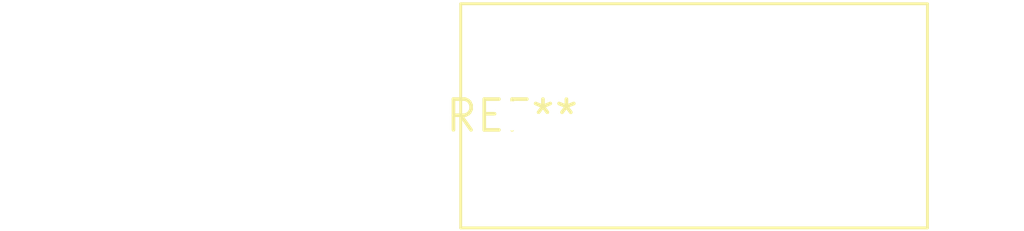
<source format=kicad_pcb>
(kicad_pcb (version 20240108) (generator pcbnew)
  (layers (0 "F.Cu" signal) (31 "B.Cu" signal) (34 "B.Paste" user) (35 "F.Paste" user) (36 "B.SilkS" user "B.Silkscreen") (37 "F.SilkS" user "F.Silkscreen") (38 "B.Mask" user) (39 "F.Mask" user) (44 "Edge.Cuts" user))
  (net 0 "")
  (footprint "C_Rect_L19.0mm_W9.0mm_P15.00mm_MKS4" (layer "F.Cu") (at 0 0)
    (property "Reference" "REF**")
    (property "Value" "C_Rect_L19.0mm_W9.0mm_P15.00mm_MKS4")
    (fp_line (start -2.12 -4.62) (end -2.12 4.62) (layer "F.SilkS") (stroke (width 0.12)))
    (fp_line (start -2.12 -4.62) (end 17.12 -4.62) (layer "F.SilkS") (stroke (width 0.12)))
    (fp_line (start -2.12 4.62) (end 17.12 4.62) (layer "F.SilkS") (stroke (width 0.12)))
    (fp_line (start 17.12 -4.62) (end 17.12 4.62) (layer "F.SilkS") (stroke (width 0.12)))
    (pad "1" thru_hole circle (at 0 0) (size 2.4 2.4) (drill 1.2) (layers *.Cu *.Mask) (remove_unused_layers))
    (pad "2" thru_hole circle (at 15 0) (size 2.4 2.4) (drill 1.2) (layers *.Cu *.Mask) (remove_unused_layers))
  )
)
</source>
